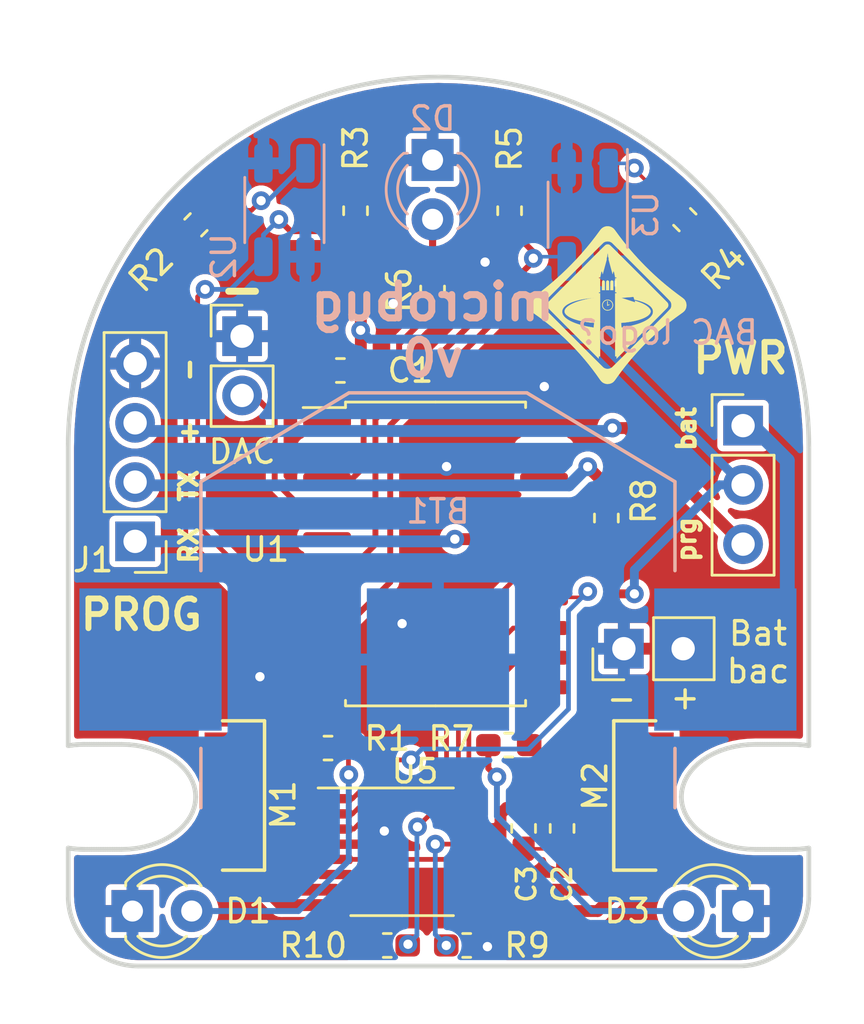
<source format=kicad_pcb>
(kicad_pcb (version 20210824) (generator pcbnew)
  (layers (0 "F.Cu" signal) (31 "B.Cu" signal) (34 "B.Paste" user) (35 "F.Paste" user) (36 "B.SilkS" user "B.Silkscreen") (37 "F.SilkS" user "F.Silkscreen") (38 "B.Mask" user) (39 "F.Mask" user) (44 "Edge.Cuts" user))
  (net 0 "")
  (net 1 "GND")
  (net 2 "+3V3")
  (net 3 "Net-(D1-Pad2)")
  (net 4 "/UDPI")
  (net 5 "Net-(R2-Pad2)")
  (net 6 "/IR1")
  (net 7 "/OUT1")
  (net 8 "Net-(R4-Pad2)")
  (net 9 "/IR2")
  (net 10 "/OUT2")
  (net 11 "/DIR2")
  (net 12 "/DIR1")
  (net 13 "/PWM2")
  (net 14 "/PWM1")
  (net 18 "Net-(R9-Pad2)")
  (net 19 "Net-(D2-Pad2)")
  (net 20 "/LED1")
  (net 21 "/LED2")
  (net 22 "Net-(D3-Pad2)")
  (net 23 "/LED3")
  (net 24 "Net-(J1-Pad2)")
  (net 25 "/DAC")
  (net 26 "/SCL")
  (net 27 "/SDA")
  (net 28 "Net-(M1-Pad1)")
  (net 29 "Net-(M1-Pad2)")
  (net 30 "Net-(M2-Pad1)")
  (net 31 "Net-(M2-Pad2)")
  (net 32 "Net-(J1-Pad3)")
  (net 33 "/V_bat")
  (net 34 "Net-(U5-Pad15)")
  (footprint "Resistor_SMD:R_0603_1608Metric_Pad1.05x0.95mm_HandSolder" (layer "F.Cu") (at 70.649 42.629001 -90)
    (fp_text reference "R3")
    (fp_text value "10k")
  )
  (footprint "Resistor_SMD:R_0603_1608Metric_Pad1.05x0.95mm_HandSolder" (layer "F.Cu") (at 84.762282 43.012282 135)
    (fp_text reference "R4")
    (fp_text value "100")
  )
  (footprint "Resistor_SMD:R_0603_1608Metric_Pad1.05x0.95mm_HandSolder" (layer "F.Cu") (at 77.253 42.629 -90)
    (fp_text reference "R5")
    (fp_text value "10k")
  )
  (footprint "Resistor_SMD:R_0603_1608Metric_Pad1.05x0.95mm_HandSolder" (layer "F.Cu") (at 73.951 46.029999 90)
    (fp_text reference "R6")
    (fp_text value "220")
  )
  (footprint "Connector_PinHeader_2.54mm:PinHeader_1x03_P2.54mm_Vertical" (layer "F.Cu") (at 87.259 51.839)
    (fp_text reference "J2" hide)
    (fp_text value "Conn_01x03")
  )
  (footprint "Resistor_SMD:R_0603_1608Metric_Pad1.05x0.95mm_HandSolder" (layer "F.Cu") (at 63.807282 43.233718 45)
    (fp_text reference "R2")
    (fp_text value "100")
  )
  (footprint "Capacitor_SMD:C_0603_1608Metric_Pad1.05x0.95mm_HandSolder" (layer "F.Cu") (at 79.502 69.102 -90)
    (fp_text reference "C2")
    (fp_text value "1u")
  )
  (footprint "Capacitor_SMD:C_0603_1608Metric_Pad1.05x0.95mm_HandSolder" (layer "F.Cu") (at 77.851 69.102 -90)
    (fp_text reference "C3")
    (fp_text value "10u")
  )
  (footprint "microbug-fplib:micro_motor_5mm" (layer "F.Cu") (at 66.548 67.691 -90)
    (fp_text reference "M1")
    (fp_text value "Motor_DC")
  )
  (footprint "microbug-fplib:micro_motor_5mm" (layer "F.Cu") (at 81.915 67.691 90)
    (fp_text reference "M2")
    (fp_text value "Motor_DC")
  )
  (footprint "Package_SO:SOIC-20W_7.5x12.8mm_P1.27mm" (layer "F.Cu") (at 74.078 57.34)
    (fp_text reference "U1")
    (fp_text value "ATtiny1616-S")
  )
  (footprint "Resistor_SMD:R_0603_1608Metric_Pad1.05x0.95mm_HandSolder" (layer "F.Cu") (at 69.469 65.659)
    (fp_text reference "R1")
    (fp_text value "220")
  )
  (footprint "Capacitor_SMD:C_0603_1608Metric_Pad1.05x0.95mm_HandSolder" (layer "F.Cu") (at 70 49.476 180)
    (fp_text reference "C1")
    (fp_text value "0.1u")
  )
  (footprint "Resistor_SMD:R_0603_1608Metric_Pad1.05x0.95mm_HandSolder" (layer "F.Cu") (at 77.216 65.532 180)
    (fp_text reference "R7")
    (fp_text value "220")
  )
  (footprint "Connector_PinHeader_2.54mm:PinHeader_1x02_P2.54mm_Vertical" (layer "F.Cu") (at 65.786 48.006)
    (fp_text reference "J3")
    (fp_text value "Conn_01x02")
  )
  (footprint "LED_THT:LED_D3.0mm" (layer "F.Cu") (at 61.087 72.644)
    (fp_text reference "D1")
    (fp_text value "LED")
  )
  (footprint "LED_THT:LED_D3.0mm" (layer "F.Cu") (at 87.249 72.644 180)
    (fp_text reference "D3")
    (fp_text value "LED")
  )
  (footprint "microbug-fplib:ieee-logo" (layer "F.Cu") (at 81.45 46.675)
    (fp_text reference "G***" hide)
    (fp_text value "LOGO" hide)
  )
  (footprint "Package_SO:TSSOP-16_4.4x5mm_P0.65mm" (layer "F.Cu") (at 72.644 70.104)
    (fp_text reference "U5")
    (fp_text value "TC78H660FNG")
  )
  (footprint "Connector_PinHeader_2.54mm:PinHeader_1x02_P2.54mm_Vertical" (layer "F.Cu") (at 82.15 61.4 90)
    (fp_text reference "J4" hide)
    (fp_text value "Conn_01x02")
  )
  (footprint "Resistor_SMD:R_0603_1608Metric_Pad1.05x0.95mm_HandSolder" (layer "F.Cu") (at 81.4 55.8 -90)
    (fp_text reference "R8")
    (fp_text value "470")
  )
  (footprint "Resistor_SMD:R_0603_1608Metric_Pad1.05x0.95mm_HandSolder" (layer "F.Cu") (at 72.009 74.1172)
    (fp_text reference "R10")
    (fp_text value "10k")
  )
  (footprint "Resistor_SMD:R_0603_1608Metric_Pad1.05x0.95mm_HandSolder" (layer "F.Cu") (at 75.4126 74.1172 180)
    (fp_text reference "R9")
    (fp_text value "47k")
  )
  (footprint "Connector_PinHeader_2.54mm:PinHeader_1x04_P2.54mm_Vertical" (layer "F.Cu") (at 61.2 56.8 180)
    (fp_text reference "J1")
    (fp_text value "Conn_01x04")
  )
  (footprint "LED_THT:LED_D3.0mm" (layer "B.Cu") (at 73.951 40.456 -90)
    (fp_text reference "D2")
    (fp_text value "LED")
  )
  (footprint "OptoDevice:OnSemi_CASE100CY" (layer "B.Cu") (at 67.6 42.6 180)
    (fp_text reference "U2")
    (fp_text value "QRE1113GR")
  )
  (footprint "microbug-fplib:BK-883" (layer "B.Cu") (at 74.179989 61.864011)
    (fp_text reference "BT1")
    (fp_text value "Battery_Cell")
  )
  (footprint "OptoDevice:OnSemi_CASE100CY" (layer "B.Cu") (at 80.6 42.8 180)
    (fp_text reference "U3")
    (fp_text value "QRE1113GR")
  )
  (gr_line (start 88.187603 70.000151) (end 88.08948 70.000151) (layer "Edge.Cuts") (width 0.2))
  (gr_line (start 88.285729 70.000151) (end 88.187603 70.000151) (layer "Edge.Cuts") (width 0.2))
  (gr_line (start 88.67823 70.000151) (end 88.580104 70.000151) (layer "Edge.Cuts") (width 0.2))
  (gr_line (start 88.776354 70.000151) (end 88.67823 70.000151) (layer "Edge.Cuts") (width 0.2))
  (gr_line (start 89.680117 69.989052) (end 89.724911 69.985665) (layer "Edge.Cuts") (width 0.2))
  (gr_line (start 88.580104 70.000151) (end 88.481978 70.000151) (layer "Edge.Cuts") (width 0.2))
  (gr_line (start 88.383855 70.000151) (end 88.285729 70.000151) (layer "Edge.Cuts") (width 0.2))
  (gr_line (start 89.947666 69.962064) (end 89.991926 69.956005) (layer "Edge.Cuts") (width 0.2))
  (gr_curve (pts (xy 58.330112 72.000149) (xy 58.330112 73.657004) (xy 59.673256 75.00015) (xy 61.330111 75.00015)) (layer "Edge.Cuts") (width 0.2))
  (gr_line (start 89.168855 70.000151) (end 89.070729 70.000151) (layer "Edge.Cuts") (width 0.2))
  (gr_line (start 61.330111 75.00015) (end 87.080105 75.00015) (layer "Edge.Cuts") (width 0.2))
  (gr_line (start 88.481978 70.000151) (end 88.383855 70.000151) (layer "Edge.Cuts") (width 0.2))
  (gr_line (start 89.070729 70.000151) (end 88.972606 70.000151) (layer "Edge.Cuts") (width 0.2))
  (gr_line (start 89.365104 70.000151) (end 89.266978 70.000151) (layer "Edge.Cuts") (width 0.2))
  (gr_line (start 88.87448 70.000151) (end 88.776354 70.000151) (layer "Edge.Cuts") (width 0.2))
  (gr_line (start 88.972606 70.000151) (end 88.87448 70.000151) (layer "Edge.Cuts") (width 0.2))
  (gr_line (start 89.266978 70.000151) (end 89.168855 70.000151) (layer "Edge.Cuts") (width 0.2))
  (gr_line (start 90.036074 69.949497) (end 90.080104 69.942538) (layer "Edge.Cuts") (width 0.2))
  (gr_line (start 89.991926 69.956005) (end 90.036074 69.949497) (layer "Edge.Cuts") (width 0.2))
  (gr_line (start 89.903301 69.967673) (end 89.947666 69.962064) (layer "Edge.Cuts") (width 0.2))
  (gr_line (start 90.080104 72.000149) (end 90.080104 69.942612) (layer "Edge.Cuts") (width 0.2))
  (gr_line (start 89.858835 69.972833) (end 89.903301 69.967673) (layer "Edge.Cuts") (width 0.2))
  (gr_line (start 89.590339 69.99437) (end 89.635257 69.991989) (layer "Edge.Cuts") (width 0.2))
  (gr_line (start 89.500354 69.998074) (end 89.54537 69.996487) (layer "Edge.Cuts") (width 0.2))
  (gr_line (start 89.410216 69.999926) (end 89.455301 69.999132) (layer "Edge.Cuts") (width 0.2))
  (gr_line (start 89.455301 69.999132) (end 89.500354 69.998074) (layer "Edge.Cuts") (width 0.2))
  (gr_line (start 89.769634 69.981829) (end 89.814277 69.977542) (layer "Edge.Cuts") (width 0.2))
  (gr_line (start 89.365104 70.000151) (end 89.410216 69.999926) (layer "Edge.Cuts") (width 0.2))
  (gr_line (start 89.724911 69.985665) (end 89.769634 69.981829) (layer "Edge.Cuts") (width 0.2))
  (gr_line (start 89.635257 69.991989) (end 89.680117 69.989052) (layer "Edge.Cuts") (width 0.2))
  (gr_curve (pts (xy 87.080105 75.00015) (xy 88.73696 75.00015) (xy 90.080104 73.657004) (xy 90.080104 72.000149)) (layer "Edge.Cuts") (width 0.2))
  (gr_line (start 89.814277 69.977542) (end 89.858835 69.972833) (layer "Edge.Cuts") (width 0.2))
  (gr_line (start 89.54537 69.996487) (end 89.590339 69.99437) (layer "Edge.Cuts") (width 0.2))
  (gr_line (start 87.991354 70.000151) (end 87.89323 70.000151) (layer "Edge.Cuts") (width 0.2))
  (gr_line (start 88.08948 70.000151) (end 87.991354 70.000151) (layer "Edge.Cuts") (width 0.2))
  (gr_line (start 63.780663 67.980201) (end 63.797093 67.750151) (layer "Edge.Cuts") (width 0.2))
  (gr_line (start 63.654036 68.419232) (end 63.732445 68.203604) (layer "Edge.Cuts") (width 0.2))
  (gr_line (start 63.413043 68.822634) (end 63.547036 68.625953) (layer "Edge.Cuts") (width 0.2))
  (gr_line (start 60.615112 70.000151) (end 60.940451 69.988536) (layer "Edge.Cuts") (width 0.2))
  (gr_line (start 58.774959 65.508313) (end 58.730099 65.51125) (layer "Edge.Cuts") (width 0.2))
  (gr_line (start 58.819877 65.505932) (end 58.774959 65.508313) (layer "Edge.Cuts") (width 0.2))
  (gr_line (start 58.954915 65.501169) (end 58.909862 65.502228) (layer "Edge.Cuts") (width 0.2))
  (gr_line (start 59.045112 65.500151) (end 59.143238 65.500151) (layer "Edge.Cuts") (width 0.2))
  (gr_line (start 62.865112 69.34114) (end 63.070481 69.181361) (layer "Edge.Cuts") (width 0.2))
  (gr_line (start 62.394188 69.615886) (end 62.639147 69.48636) (layer "Edge.Cuts") (width 0.2))
  (gr_line (start 60.320736 65.500151) (end 60.418862 65.500151) (layer "Edge.Cuts") (width 0.2))
  (gr_line (start 60.22261 65.500151) (end 60.320736 65.500151) (layer "Edge.Cuts") (width 0.2))
  (gr_line (start 58.640582 65.518473) (end 58.595939 65.522733) (layer "Edge.Cuts") (width 0.2))
  (gr_line (start 60.124487 65.500151) (end 60.22261 65.500151) (layer "Edge.Cuts") (width 0.2))
  (gr_line (start 58.730099 65.51125) (end 58.685305 65.514637) (layer "Edge.Cuts") (width 0.2))
  (gr_line (start 90.080104 65.55769) (end 90.080104 52.775157) (layer "Edge.Cuts") (width 0.2))
  (gr_line (start 60.026361 65.500151) (end 60.124487 65.500151) (layer "Edge.Cuts") (width 0.2))
  (gr_line (start 59.928238 65.500151) (end 60.026361 65.500151) (layer "Edge.Cuts") (width 0.2))
  (gr_line (start 63.25366 69.008146) (end 63.413043 68.822634) (layer "Edge.Cuts") (width 0.2))
  (gr_line (start 63.070481 69.181361) (end 63.25366 69.008146) (layer "Edge.Cuts") (width 0.2))
  (gr_line (start 61.561336 69.898996) (end 61.853681 69.823335) (layer "Edge.Cuts") (width 0.2))
  (gr_line (start 61.256393 69.954439) (end 61.561336 69.898996) (layer "Edge.Cuts") (width 0.2))
  (gr_line (start 58.506915 65.532628) (end 58.46255 65.538238) (layer "Edge.Cuts") (width 0.2))
  (gr_line (start 59.241361 65.500151) (end 59.339487 65.500151) (layer "Edge.Cuts") (width 0.2))
  (gr_line (start 58.909862 65.502228) (end 58.864846 65.503815) (layer "Edge.Cuts") (width 0.2))
  (gr_line (start 60.516986 65.500151) (end 60.615112 65.500151) (layer "Edge.Cuts") (width 0.2))
  (gr_line (start 89.410216 65.500302) (end 89.365104 65.500077) (layer "Edge.Cuts") (width 0.2))
  (gr_line (start 62.131833 69.728588) (end 62.394188 69.615886) (layer "Edge.Cuts") (width 0.2))
  (gr_line (start 59.437613 65.500151) (end 59.535736 65.500151) (layer "Edge.Cuts") (width 0.2))
  (gr_line (start 58.374142 65.550805) (end 58.330112 65.557764) (layer "Edge.Cuts") (width 0.2))
  (gr_curve (pts (xy 74.205108 36.900156) (xy 65.437591 36.900156) (xy 58.330112 44.007629) (xy 58.330112 52.775157)) (layer "Edge.Cuts") (width 0.2))
  (gr_line (start 59.633862 65.500151) (end 59.731986 65.500151) (layer "Edge.Cuts") (width 0.2))
  (gr_line (start 59.045112 65.500151) (end 59 65.500376) (layer "Edge.Cuts") (width 0.2))
  (gr_line (start 58.330112 52.775157) (end 58.330112 65.55769) (layer "Edge.Cuts") (width 0.2))
  (gr_line (start 58.41829 65.544296) (end 58.374142 65.550805) (layer "Edge.Cuts") (width 0.2))
  (gr_line (start 58.46255 65.538238) (end 58.41829 65.544296) (layer "Edge.Cuts") (width 0.2))
  (gr_line (start 59 65.500376) (end 58.954915 65.501169) (layer "Edge.Cuts") (width 0.2))
  (gr_curve (pts (xy 90.080104 52.775157) (xy 90.080104 44.007629) (xy 82.972625 36.900156) (xy 74.205108 36.900156)) (layer "Edge.Cuts") (width 0.2))
  (gr_line (start 58.595939 65.522733) (end 58.551381 65.527469) (layer "Edge.Cuts") (width 0.2))
  (gr_line (start 59.339487 65.500151) (end 59.437613 65.500151) (layer "Edge.Cuts") (width 0.2))
  (gr_line (start 63.654036 67.08107) (end 63.547036 66.874349) (layer "Edge.Cuts") (width 0.2))
  (gr_line (start 59.830112 65.500151) (end 59.928238 65.500151) (layer "Edge.Cuts") (width 0.2))
  (gr_line (start 60.418862 65.500151) (end 60.516986 65.500151) (layer "Edge.Cuts") (width 0.2))
  (gr_line (start 63.732445 68.203604) (end 63.780663 67.980201) (layer "Edge.Cuts") (width 0.2))
  (gr_line (start 62.639147 69.48636) (end 62.865112 69.34114) (layer "Edge.Cuts") (width 0.2))
  (gr_line (start 63.547036 68.625953) (end 63.654036 68.419232) (layer "Edge.Cuts") (width 0.2))
  (gr_line (start 58.551381 65.527469) (end 58.506915 65.532628) (layer "Edge.Cuts") (width 0.2))
  (gr_line (start 60.940451 69.988536) (end 61.256393 69.954439) (layer "Edge.Cuts") (width 0.2))
  (gr_line (start 59.731986 65.500151) (end 59.830112 65.500151) (layer "Edge.Cuts") (width 0.2))
  (gr_line (start 59.535736 65.500151) (end 59.633862 65.500151) (layer "Edge.Cuts") (width 0.2))
  (gr_line (start 59.143238 65.500151) (end 59.241361 65.500151) (layer "Edge.Cuts") (width 0.2))
  (gr_line (start 58.685305 65.514637) (end 58.640582 65.518473) (layer "Edge.Cuts") (width 0.2))
  (gr_line (start 63.732445 67.296698) (end 63.654036 67.08107) (layer "Edge.Cuts") (width 0.2))
  (gr_line (start 61.853681 69.823335) (end 62.131833 69.728588) (layer "Edge.Cuts") (width 0.2))
  (gr_line (start 63.797093 67.750151) (end 63.780663 67.520101) (layer "Edge.Cuts") (width 0.2))
  (gr_line (start 58.864846 65.503815) (end 58.819877 65.505932) (layer "Edge.Cuts") (width 0.2))
  (gr_line (start 63.780663 67.520101) (end 63.732445 67.296698) (layer "Edge.Cuts") (width 0.2))
  (gr_line (start 84.75618 67.08107) (end 84.677771 67.296698) (layer "Edge.Cuts") (width 0.2))
  (gr_line (start 88.972606 65.500151) (end 89.070729 65.500151) (layer "Edge.Cuts") (width 0.2))
  (gr_line (start 88.67823 65.500151) (end 88.776354 65.500151) (layer "Edge.Cuts") (width 0.2))
  (gr_line (start 88.08948 65.500151) (end 88.187603 65.500151) (layer "Edge.Cuts") (width 0.2))
  (gr_line (start 86.016028 69.615886) (end 86.278383 69.728588) (layer "Edge.Cuts") (width 0.2))
  (gr_line (start 85.156556 69.008146) (end 85.339735 69.181361) (layer "Edge.Cuts") (width 0.2))
  (gr_line (start 86.556535 69.823335) (end 86.84888 69.898996) (layer "Edge.Cuts") (width 0.2))
  (gr_line (start 85.156556 66.492155) (end 84.997173 66.677668) (layer "Edge.Cuts") (width 0.2))
  (gr_line (start 85.339735 66.318941) (end 85.156556 66.492155) (layer "Edge.Cuts") (width 0.2))
  (gr_line (start 85.771069 69.48636) (end 86.016028 69.615886) (layer "Edge.Cuts") (width 0.2))
  (gr_line (start 85.545104 66.159162) (end 85.339735 66.318941) (layer "Edge.Cuts") (width 0.2))
  (gr_line (start 89.455301 65.501095) (end 89.410216 65.500302) (layer "Edge.Cuts") (width 0.2))
  (gr_line (start 88.580104 65.500151) (end 88.67823 65.500151) (layer "Edge.Cuts") (width 0.2))
  (gr_line (start 87.153823 69.954439) (end 87.469765 69.988536) (layer "Edge.Cuts") (width 0.2))
  (gr_line (start 86.556535 65.676966) (end 86.278383 65.771714) (layer "Edge.Cuts") (width 0.2))
  (gr_line (start 84.629553 67.520101) (end 84.613123 67.750151) (layer "Edge.Cuts") (width 0.2))
  (gr_line (start 89.500354 65.502154) (end 89.455301 65.501095) (layer "Edge.Cuts") (width 0.2))
  (gr_line (start 89.070729 65.500151) (end 89.168855 65.500151) (layer "Edge.Cuts") (width 0.2))
  (gr_line (start 84.677771 67.296698) (end 84.629553 67.520101) (layer "Edge.Cuts") (width 0.2))
  (gr_line (start 89.858835 65.527395) (end 89.814277 65.522659) (layer "Edge.Cuts") (width 0.2))
  (gr_line (start 86.84888 69.898996) (end 87.153823 69.954439) (layer "Edge.Cuts") (width 0.2))
  (gr_line (start 87.469765 69.988536) (end 87.795104 70.000151) (layer "Edge.Cuts") (width 0.2))
  (gr_line (start 84.75618 68.419232) (end 84.86318 68.625953) (layer "Edge.Cuts") (width 0.2))
  (gr_line (start 87.469765 65.511766) (end 87.153823 65.545863) (layer "Edge.Cuts") (width 0.2))
  (gr_line (start 89.54537 65.503741) (end 89.500354 65.502154) (layer "Edge.Cuts") (width 0.2))
  (gr_line (start 86.84888 65.601306) (end 86.556535 65.676966) (layer "Edge.Cuts") (width 0.2))
  (gr_line (start 89.590339 65.505858) (end 89.54537 65.503741) (layer "Edge.Cuts") (width 0.2))
  (gr_line (start 87.89323 65.500151) (end 87.991354 65.500151) (layer "Edge.Cuts") (width 0.2))
  (gr_line (start 89.635257 65.508239) (end 89.590339 65.505858) (layer "Edge.Cuts") (width 0.2))
  (gr_line (start 89.680117 65.511176) (end 89.635257 65.508239) (layer "Edge.Cuts") (width 0.2))
  (gr_line (start 89.769634 65.518399) (end 89.724911 65.514563) (layer "Edge.Cuts") (width 0.2))
  (gr_line (start 84.86318 66.874349) (end 84.75618 67.08107) (layer "Edge.Cuts") (width 0.2))
  (gr_line (start 87.991354 65.500151) (end 88.08948 65.500151) (layer "Edge.Cuts") (width 0.2))
  (gr_line (start 89.814277 65.522659) (end 89.769634 65.518399) (layer "Edge.Cuts") (width 0.2))
  (gr_line (start 89.266978 65.500151) (end 89.365104 65.500151) (layer "Edge.Cuts") (width 0.2))
  (gr_line (start 88.187603 65.500151) (end 88.285729 65.500151) (layer "Edge.Cuts") (width 0.2))
  (gr_line (start 87.795104 65.500151) (end 87.89323 65.500151) (layer "Edge.Cuts") (width 0.2))
  (gr_line (start 85.339735 69.181361) (end 85.545104 69.34114) (layer "Edge.Cuts") (width 0.2))
  (gr_line (start 84.997173 68.822634) (end 85.156556 69.008146) (layer "Edge.Cuts") (width 0.2))
  (gr_line (start 84.613123 67.750151) (end 84.629553 67.980201) (layer "Edge.Cuts") (width 0.2))
  (gr_line (start 84.997173 66.677668) (end 84.86318 66.874349) (layer "Edge.Cuts") (width 0.2))
  (gr_line (start 87.89323 70.000151) (end 87.795104 70.000151) (layer "Edge.Cuts") (width 0.2))
  (gr_line (start 88.776354 65.500151) (end 88.87448 65.500151) (layer "Edge.Cuts") (width 0.2))
  (gr_line (start 89.991926 65.544222) (end 89.947666 65.538163) (layer "Edge.Cuts") (width 0.2))
  (gr_line (start 86.278383 65.771714) (end 86.016028 65.884416) (layer "Edge.Cuts") (width 0.2))
  (gr_line (start 86.278383 69.728588) (end 86.556535 69.823335) (layer "Edge.Cuts") (width 0.2))
  (gr_line (start 85.771069 66.013942) (end 85.545104 66.159162) (layer "Edge.Cuts") (width 0.2))
  (gr_line (start 90.080104 65.55769) (end 90.036074 65.550731) (layer "Edge.Cuts") (width 0.2))
  (gr_line (start 84.677771 68.203604) (end 84.75618 68.419232) (layer "Edge.Cuts") (width 0.2))
  (gr_line (start 87.153823 65.545863) (end 86.84888 65.601306) (layer "Edge.Cuts") (width 0.2))
  (gr_line (start 89.724911 65.514563) (end 89.680117 65.511176) (layer "Edge.Cuts") (width 0.2))
  (gr_line (start 89.903301 65.532554) (end 89.858835 65.527395) (layer "Edge.Cuts") (width 0.2))
  (gr_line (start 89.947666 65.538163) (end 89.903301 65.532554) (layer "Edge.Cuts") (width 0.2))
  (gr_line (start 86.016028 65.884416) (end 85.771069 66.013942) (layer "Edge.Cuts") (width 0.2))
  (gr_line (start 90.036074 65.550731) (end 89.991926 65.544222) (layer "Edge.Cuts") (width 0.2))
  (gr_line (start 89.168855 65.500151) (end 89.266978 65.500151) (layer "Edge.Cuts") (width 0.2))
  (gr_line (start 88.383855 65.500151) (end 88.481978 65.500151) (layer "Edge.Cuts") (width 0.2))
  (gr_line (start 85.545104 69.34114) (end 85.771069 69.48636) (layer "Edge.Cuts") (width 0.2))
  (gr_line (start 88.87448 65.500151) (end 88.972606 65.500151) (layer "Edge.Cuts") (width 0.2))
  (gr_line (start 88.481978 65.500151) (end 88.580104 65.500151) (layer "Edge.Cuts") (width 0.2))
  (gr_line (start 87.795104 65.500151) (end 87.469765 65.511766) (layer "Edge.Cuts") (width 0.2))
  (gr_line (start 84.86318 68.625953) (end 84.997173 68.822634) (layer "Edge.Cuts") (width 0.2))
  (gr_line (start 88.285729 65.500151) (end 88.383855 65.500151) (layer "Edge.Cuts") (width 0.2))
  (gr_line (start 84.629553 67.980201) (end 84.677771 68.203604) (layer "Edge.Cuts") (width 0.2))
  (gr_line (start 58.774959 69.992063) (end 58.819877 69.994444) (layer "Edge.Cuts") (width 0.2))
  (gr_line (start 58.864846 69.996561) (end 58.909862 69.998148) (layer "Edge.Cuts") (width 0.2))
  (gr_line (start 58.506915 69.967748) (end 58.551381 69.972907) (layer "Edge.Cuts") (width 0.2))
  (gr_line (start 59.143238 70.000151) (end 59.045112 70.000151) (layer "Edge.Cuts") (width 0.2))
  (gr_line (start 63.547036 66.874349) (end 63.413043 66.677668) (layer "Edge.Cuts") (width 0.2))
  (gr_line (start 58.46255 69.962138) (end 58.506915 69.967748) (layer "Edge.Cuts") (width 0.2))
  (gr_line (start 59.241361 70.000151) (end 59.143238 70.000151) (layer "Edge.Cuts") (width 0.2))
  (gr_line (start 60.940451 65.511766) (end 60.615112 65.500151) (layer "Edge.Cuts") (width 0.2))
  (gr_line (start 58.330112 69.942612) (end 58.374142 69.949571) (layer "Edge.Cuts") (width 0.2))
  (gr_line (start 60.124487 70.000151) (end 60.026361 70.000151) (layer "Edge.Cuts") (width 0.2))
  (gr_line (start 58.909862 69.998148) (end 58.954915 69.999207) (layer "Edge.Cuts") (width 0.2))
  (gr_line (start 59.633862 70.000151) (end 59.535736 70.000151) (layer "Edge.Cuts") (width 0.2))
  (gr_line (start 58.551381 69.972907) (end 58.595939 69.977617) (layer "Edge.Cuts") (width 0.2))
  (gr_line (start 63.25366 66.492155) (end 63.070481 66.318941) (layer "Edge.Cuts") (width 0.2))
  (gr_line (start 59.535736 70.000151) (end 59.437613 70.000151) (layer "Edge.Cuts") (width 0.2))
  (gr_line (start 59.830112 70.000151) (end 59.731986 70.000151) (layer "Edge.Cuts") (width 0.2))
  (gr_line (start 58.330112 69.942612) (end 58.330112 72.000149) (layer "Edge.Cuts") (width 0.2))
  (gr_line (start 58.954915 69.999207) (end 59 70) (layer "Edge.Cuts") (width 0.2))
  (gr_line (start 58.819877 69.994444) (end 58.864846 69.996561) (layer "Edge.Cuts") (width 0.2))
  (gr_line (start 58.685305 69.985739) (end 58.730099 69.989126) (layer "Edge.Cuts") (width 0.2))
  (gr_line (start 58.41829 69.956079) (end 58.46255 69.962138) (layer "Edge.Cuts") (width 0.2))
  (gr_line (start 63.070481 66.318941) (end 62.865112 66.159162) (layer "Edge.Cuts") (width 0.2))
  (gr_line (start 59.731986 70.000151) (end 59.633862 70.000151) (layer "Edge.Cuts") (width 0.2))
  (gr_line (start 58.374142 69.949571) (end 58.41829 69.956079) (layer "Edge.Cuts") (width 0.2))
  (gr_line (start 61.561336 65.601306) (end 61.256393 65.545863) (layer "Edge.Cuts") (width 0.2))
  (gr_line (start 60.22261 70.000151) (end 60.124487 70.000151) (layer "Edge.Cuts") (width 0.2))
  (gr_line (start 62.131833 65.771714) (end 61.853681 65.676966) (layer "Edge.Cuts") (width 0.2))
  (gr_line (start 62.639147 66.013942) (end 62.394188 65.884416) (layer "Edge.Cuts") (width 0.2))
  (gr_line (start 58.730099 69.989126) (end 58.774959 69.992063) (layer "Edge.Cuts") (width 0.2))
  (gr_line (start 62.394188 65.884416) (end 62.131833 65.771714) (layer "Edge.Cuts") (width 0.2))
  (gr_line (start 60.320736 70.000151) (end 60.22261 70.000151) (layer "Edge.Cuts") (width 0.2))
  (gr_line (start 60.516986 70.000151) (end 60.418862 70.000151) (layer "Edge.Cuts") (width 0.2))
  (gr_line (start 63.413043 66.677668) (end 63.25366 66.492155) (layer "Edge.Cuts") (width 0.2))
  (gr_line (start 59.437613 70.000151) (end 59.339487 70.000151) (layer "Edge.Cuts") (width 0.2))
  (gr_line (start 62.865112 66.159162) (end 62.639147 66.013942) (layer "Edge.Cuts") (width 0.2))
  (gr_line (start 58.640582 69.981903) (end 58.685305 69.985739) (layer "Edge.Cuts") (width 0.2))
  (gr_line (start 59.339487 70.000151) (end 59.241361 70.000151) (layer "Edge.Cuts") (width 0.2))
  (gr_line (start 60.615112 70.000151) (end 60.516986 70.000151) (layer "Edge.Cuts") (width 0.2))
  (gr_line (start 61.256393 65.545863) (end 60.940451 65.511766) (layer "Edge.Cuts") (width 0.2))
  (gr_line (start 60.418862 70.000151) (end 60.320736 70.000151) (layer "Edge.Cuts") (width 0.2))
  (gr_line (start 60.026361 70.000151) (end 59.928238 70.000151) (layer "Edge.Cuts") (width 0.2))
  (gr_line (start 59.928238 70.000151) (end 59.830112 70.000151) (layer "Edge.Cuts") (width 0.2))
  (gr_line (start 61.853681 65.676966) (end 61.561336 65.601306) (layer "Edge.Cuts") (width 0.2))
  (gr_line (start 58.595939 69.977617) (end 58.640582 69.981903) (layer "Edge.Cuts") (width 0.2))
  (gr_line (start 59 70) (end 59.045112 70.000225) (layer "Edge.Cuts") (width 0.2))
  (gr_text "microbug\nv0" (at 73.951 47.752) (layer "B.SilkS") (effects (font (size 1.5 1.5) (thickness 0.3)) (justify mirror)))
  (gr_text "BAC logo?" (at 84.025 47.85) (layer "B.SilkS") (effects (font (size 1 1)) (justify mirror)))
  (gr_text "prg     bat" (at 84.836 54.356 90) (layer "F.SilkS") (effects (font (size 0.762 0.762) (thickness 0.1905))))
  (gr_text "RX  TX  +   -" (at 63.5 53.34 90) (layer "F.SilkS") (effects (font (size 0.762 0.762) (thickness 0.1905))))
  (gr_text "PROG" (at 61.468 59.944) (layer "F.SilkS") (effects (font (size 1.27 1.27) (thickness 0.254))))
  (gr_text "PWR" (at 87.15 48.95) (layer "F.SilkS") (effects (font (size 1.27 1.27) (thickness 0.254))))
  (gr_text "DAC\n" (at 65.786 52.959) (layer "F.SilkS") (effects (font (size 1 1))))
  (gr_text "Bat\nbac\n" (at 87.9 61.55) (layer "F.SilkS") (effects (font (size 1 1))))
  (gr_text "+\n" (at 84.775 63.475) (layer "F.SilkS") (effects (font (size 1 1))))
  (gr_text "-\n" (at 82.05 63.525) (layer "F.SilkS") (effects (font (size 1 1))))
  (gr_text "-\n" (at 65.786 45.974) (layer "F.SilkS") (effects (font (size 1.5 1.5) (thickness 0.3))))
  (segment (start 77.67 69.796) (end 77.851 69.977) (width 0.1524) (layer "F.Cu") (net 1))
  (segment (start 69.191278 69.779) (end 69.7815 69.779) (width 0.2032) (layer "F.Cu") (net 1))
  (segment (start 76.2876 74.154) (end 76.3016 74.168) (width 0.2032) (layer "F.Cu") (net 1))
  (segment (start 77.851 69.977) (end 79.502 69.977) (width 0.1524) (layer "F.Cu") (net 1))
  (segment (start 76.2876 74.1172) (end 76.2876 74.154) (width 0.2032) (layer "F.Cu") (net 1))
  (via (at 74.549 53.594) (size 0.8) (drill 0.4) (layers "F.Cu" "B.Cu") (net 1))
  (via (at 72.644 60.325) (size 0.8) (drill 0.4) (layers "F.Cu" "B.Cu") (net 1))
  (via (at 78.74 50.165) (size 0.8) (drill 0.4) (layers "F.Cu" "B.Cu") (net 1))
  (via (at 76.2 44.831) (size 0.8) (drill 0.4) (layers "F.Cu" "B.Cu") (net 1))
  (via (at 76.3016 74.168) (size 0.8) (drill 0.4) (layers "F.Cu" "B.Cu") (net 1))
  (via (at 72.263 46.609) (size 0.8) (drill 0.4) (layers "F.Cu" "B.Cu") (net 1))
  (via (at 71.882 69.215) (size 0.8) (drill 0.4) (layers "F.Cu" "B.Cu") (net 1))
  (via (at 66.55 62.6) (size 0.8) (drill 0.4) (layers "F.Cu" "B.Cu") (net 1))
  (segment (start 70.649 41.754001) (end 70.760001 41.754001) (width 0.254) (layer "F.Cu") (net 2))
  (segment (start 70.760001 41.754001) (end 71.665 42.659) (width 0.508) (layer "F.Cu") (net 2))
  (segment (start 71.665 42.659) (end 71.665 45.155) (width 0.508) (layer "F.Cu") (net 2))
  (segment (start 80.6 60.2) (end 80.6 65.175) (width 0.381) (layer "F.Cu") (net 2))
  (segment (start 70.875 50.178) (end 69.428 51.625) (width 0.508) (layer "F.Cu") (net 2))
  (segment (start 82.6 59.05) (end 81.75 59.05) (width 0.381) (layer "F.Cu") (net 2))
  (segment (start 79.502 68.227) (end 77.851 68.227) (width 0.508) (layer "F.Cu") (net 2))
  (segment (start 70.8712 70.429) (end 71.134 70.6918) (width 0.2032) (layer "F.Cu") (net 2))
  (segment (start 76.861 70.078) (end 76.51 70.429) (width 0.508) (layer "F.Cu") (net 2))
  (segment (start 75.5065 70.429) (end 70.8712 70.429) (width 0.2032) (layer "F.Cu") (net 2))
  (segment (start 81.75 59.05) (end 80.6 60.2) (width 0.381) (layer "F.Cu") (net 2))
  (segment (start 70.875 49.476) (end 70.875 50.178) (width 0.508) (layer "F.Cu") (net 2))
  (segment (start 70.649 41.754001) (end 70.649 40.73) (width 0.254) (layer "F.Cu") (net 2))
  (segment (start 70.875 45.945) (end 70.875 49.476) (width 0.508) (layer "F.Cu") (net 2))
  (segment (start 79.502 66.273) (end 79.502 68.227) (width 0.381) (layer "F.Cu") (net 2))
  (segment (start 76.51 70.429) (end 75.5065 70.429) (width 0.508) (layer "F.Cu") (net 2))
  (segment (start 69.7815 70.429) (end 70.8712 70.429) (width 0.2032) (layer "F.Cu") (net 2))
  (segment (start 76.671 69.129) (end 75.5065 69.129) (width 0.508) (layer "F.Cu") (net 2))
  (segment (start 70.649 40.73) (end 72.39 38.989) (width 0.254) (layer "F.Cu") (net 2))
  (segment (start 75.438 38.989) (end 77.253 40.804) (width 0.254) (layer "F.Cu") (net 2))
  (segment (start 76.861 68.479) (end 77.113 68.227) (width 0.508) (layer "F.Cu") (net 2))
  (segment (start 71.134 70.6918) (end 71.134 74.1172) (width 0.2032) (layer "F.Cu") (net 2))
  (segment (start 76.861 68.479) (end 76.861 68.939) (width 0.508) (layer "F.Cu") (net 2))
  (segment (start 80.6 65.175) (end 79.502 66.273) (width 0.381) (layer "F.Cu") (net 2))
  (segment (start 71.665 45.155) (end 70.875 45.945) (width 0.508) (layer "F.Cu") (net 2))
  (segment (start 77.113 68.227) (end 77.851 68.227) (width 0.508) (layer "F.Cu") (net 2))
  (segment (start 76.861 68.939) (end 76.671 69.129) (width 0.508) (layer "F.Cu") (net 2))
  (segment (start 77.253 40.804) (end 77.253 41.754) (width 0.254) (layer "F.Cu") (net 2))
  (segment (start 72.39 38.989) (end 75.438 38.989) (width 0.254) (layer "F.Cu") (net 2))
  (segment (start 76.861 68.939) (end 76.861 70.078) (width 0.508) (layer "F.Cu") (net 2))
  (via (at 82.6 59.05) (size 0.8) (drill 0.4) (layers "F.Cu" "B.Cu") (net 2))
  (via (at 70.866 47.752) (size 0.8) (drill 0.4) (layers "F.Cu" "B.Cu") (net 2))
  (segment (start 82.6 58.025) (end 86.246 54.379) (width 0.381) (layer "B.Cu") (net 2))
  (segment (start 71.247 48.133) (end 70.866 47.752) (width 0.381) (layer "B.Cu") (net 2))
  (segment (start 82.6 59.05) (end 82.6 58.025) (width 0.381) (layer "B.Cu") (net 2))
  (segment (start 86.246 54.379) (end 87.259 54.379) (width 0.381) (layer "B.Cu") (net 2))
  (segment (start 87.259 54.379) (end 81.013 48.133) (width 0.381) (layer "B.Cu") (net 2))
  (segment (start 81.013 48.133) (end 71.247 48.133) (width 0.381) (layer "B.Cu") (net 2))
  (segment (start 70.344 66.788) (end 70.358 66.802) (width 0.2032) (layer "F.Cu") (net 3))
  (segment (start 70.344 65.659) (end 70.344 66.788) (width 0.2032) (layer "F.Cu") (net 3))
  (via (at 70.358 66.802) (size 0.8) (drill 0.4) (layers "F.Cu" "B.Cu") (net 3))
  (segment (start 68.199 72.644) (end 70.358 70.485) (width 0.254) (layer "B.Cu") (net 3))
  (segment (start 63.627 72.644) (end 68.199 72.644) (width 0.254) (layer "B.Cu") (net 3))
  (segment (start 70.358 70.485) (end 70.358 66.802) (width 0.254) (layer "B.Cu") (net 3))
  (segment (start 74.905 56.705) (end 78.728 56.705) (width 0.508) (layer "F.Cu") (net 4))
  (segment (start 78.758 56.675) (end 78.728 56.705) (width 0.635) (layer "F.Cu") (net 4))
  (segment (start 81.4 56.675) (end 78.758 56.675) (width 0.635) (layer "F.Cu") (net 4))
  (via (at 74.905 56.705) (size 0.8) (drill 0.4) (layers "F.Cu" "B.Cu") (net 4))
  (segment (start 74.81 56.8) (end 74.905 56.705) (width 0.508) (layer "B.Cu") (net 4))
  (segment (start 61.2 56.8) (end 74.81 56.8) (width 0.508) (layer "B.Cu") (net 4))
  (segment (start 64.426 42.615) (end 66.185 42.615) (width 0.2032) (layer "F.Cu") (net 5))
  (segment (start 66.185 42.615) (end 66.6 42.2) (width 0.2032) (layer "F.Cu") (net 5))
  (via (at 66.6 42.2) (size 0.8) (drill 0.4) (layers "F.Cu" "B.Cu") (net 5))
  (segment (start 66.6 42.2) (end 66.9 42.2) (width 0.2032) (layer "B.Cu") (net 5))
  (segment (start 66.9 42.2) (end 68.5 40.6) (width 0.2032) (layer "B.Cu") (net 5))
  (segment (start 69.428 61.785) (end 68.516 61.785) (width 0.2032) (layer "F.Cu") (net 6))
  (segment (start 63.373 44.036872) (end 63.188564 43.852436) (width 0.2032) (layer "F.Cu") (net 6))
  (segment (start 68.516 61.785) (end 63.373 56.642) (width 0.2032) (layer "F.Cu") (net 6))
  (segment (start 63.373 56.642) (end 63.373 44.036872) (width 0.2032) (layer "F.Cu") (net 6))
  (segment (start 63.881 56.127) (end 66.999 59.245) (width 0.2032) (layer "F.Cu") (net 7))
  (segment (start 67.861343 43.504001) (end 67.362271 43.004929) (width 0.254) (layer "F.Cu") (net 7))
  (segment (start 63.881 46.319) (end 63.881 56.127) (width 0.2032) (layer "F.Cu") (net 7))
  (segment (start 63.881 46.319) (end 64.2 46) (width 0.2032) (layer "F.Cu") (net 7))
  (segment (start 66.999 59.245) (end 69.428 59.245) (width 0.2032) (layer "F.Cu") (net 7))
  (segment (start 70.649 43.504001) (end 67.861343 43.504001) (width 0.254) (layer "F.Cu") (net 7))
  (via (at 64.2 46) (size 0.8) (drill 0.4) (layers "F.Cu" "B.Cu") (net 7))
  (via (at 67.362271 43.004929) (size 0.8) (drill 0.4) (layers "F.Cu" "B.Cu") (net 7))
  (segment (start 66.7 43.6672) (end 67.362271 43.004929) (width 0.2032) (layer "B.Cu") (net 7))
  (segment (start 64.2 46) (end 65.3 46) (width 0.2032) (layer "B.Cu") (net 7))
  (segment (start 66.7 44.6) (end 66.7 43.6672) (width 0.2032) (layer "B.Cu") (net 7))
  (segment (start 65.3 46) (end 66.7 44.6) (width 0.2032) (layer "B.Cu") (net 7))
  (segment (start 82.6 40.85) (end 82.6 40.8) (width 0.1524) (layer "F.Cu") (net 8))
  (segment (start 84.143564 42.393564) (end 82.6 40.85) (width 0.1524) (layer "F.Cu") (net 8))
  (via (at 82.6 40.8) (size 0.8) (drill 0.4) (layers "F.Cu" "B.Cu") (net 8))
  (segment (start 82.4 40.6) (end 81.1 40.6) (width 0.1524) (layer "B.Cu") (net 8))
  (segment (start 82.6 40.8) (end 82.4 40.6) (width 0.1524) (layer "B.Cu") (net 8))
  (segment (start 72.136 51.816) (end 72.136 58.547) (width 0.254) (layer "F.Cu") (net 9))
  (segment (start 85.381 43.631) (end 85.045124 43.966876) (width 0.254) (layer "F.Cu") (net 9))
  (segment (start 85.045124 43.966876) (end 83.922124 43.966876) (width 0.254) (layer "F.Cu") (net 9))
  (segment (start 77.089 46.863) (end 72.136 51.816) (width 0.254) (layer "F.Cu") (net 9))
  (segment (start 72.136 58.547) (end 70.168 60.515) (width 0.254) (layer "F.Cu") (net 9))
  (segment (start 81.026 46.863) (end 77.089 46.863) (width 0.254) (layer "F.Cu") (net 9))
  (segment (start 83.922124 43.966876) (end 81.026 46.863) (width 0.254) (layer "F.Cu") (net 9))
  (segment (start 70.168 60.515) (end 69.428 60.515) (width 0.254) (layer "F.Cu") (net 9))
  (segment (start 70.453 57.975) (end 69.428 57.975) (width 0.254) (layer "F.Cu") (net 10))
  (segment (start 77.38 43.504) (end 78.269 44.393) (width 0.254) (layer "F.Cu") (net 10))
  (segment (start 78.269 44.393) (end 78.269 44.794) (width 0.254) (layer "F.Cu") (net 10))
  (segment (start 77.253 43.504) (end 77.38 43.504) (width 0.254) (layer "F.Cu") (net 10))
  (segment (start 71.501 51.562) (end 71.501 56.927) (width 0.254) (layer "F.Cu") (net 10))
  (segment (start 78.269 44.794) (end 71.501 51.562) (width 0.254) (layer "F.Cu") (net 10))
  (segment (start 71.501 56.927) (end 70.453 57.975) (width 0.254) (layer "F.Cu") (net 10))
  (via (at 78.269 44.669) (size 0.8) (drill 0.4) (layers "F.Cu" "B.Cu") (net 10))
  (segment (start 78.338 44.6) (end 78.269 44.669) (width 0.1524) (layer "B.Cu") (net 10))
  (segment (start 79.3 44.6) (end 78.338 44.6) (width 0.1524) (layer "B.Cu") (net 10))
  (segment (start 77.915 57.975) (end 74.549 61.341) (width 0.2032) (layer "F.Cu") (net 11))
  (segment (start 72.068999 66.929) (end 70.518999 68.479) (width 0.2032) (layer "F.Cu") (net 11))
  (segment (start 70.518999 68.479) (end 69.7815 68.479) (width 0.2032) (layer "F.Cu") (net 11))
  (segment (start 74.295 66.929) (end 72.068999 66.929) (width 0.2032) (layer "F.Cu") (net 11))
  (segment (start 74.549 66.675) (end 74.295 66.929) (width 0.2032) (layer "F.Cu") (net 11))
  (segment (start 74.549 61.341) (end 74.549 66.675) (width 0.2032) (layer "F.Cu") (net 11))
  (segment (start 77.901 57.975) (end 78.728 57.975) (width 0.2032) (layer "F.Cu") (net 11))
  (segment (start 80.35 59.2) (end 78.773 59.2) (width 0.1524) (layer "F.Cu") (net 12))
  (segment (start 78.773 59.2) (end 78.728 59.245) (width 0.1524) (layer "F.Cu") (net 12))
  (segment (start 80.6 58.95) (end 80.35 59.2) (width 0.1524) (layer "F.Cu") (net 12))
  (segment (start 70.518999 67.829) (end 69.7815 67.829) (width 0.2032) (layer "F.Cu") (net 12))
  (segment (start 73.025 66.167) (end 72.180999 66.167) (width 0.2032) (layer "F.Cu") (net 12))
  (segment (start 72.180999 66.167) (end 70.518999 67.829) (width 0.2032) (layer "F.Cu") (net 12))
  (via (at 73.025 66.167) (size 0.8) (drill 0.4) (layers "F.Cu" "B.Cu") (net 12))
  (via (at 80.6 58.95) (size 0.8) (drill 0.4) (layers "F.Cu" "B.Cu") (net 12))
  (segment (start 80.6 58.95) (end 79.775 59.775) (width 0.2032) (layer "B.Cu") (net 12))
  (segment (start 79.775 63.989) (end 78.064 65.7) (width 0.2032) (layer "B.Cu") (net 12))
  (segment (start 78.064 65.7) (end 73.492 65.7) (width 0.2032) (layer "B.Cu") (net 12))
  (segment (start 73.492 65.7) (end 73.025 66.167) (width 0.2032) (layer "B.Cu") (net 12))
  (segment (start 79.775 59.775) (end 79.775 63.989) (width 0.2032) (layer "B.Cu") (net 12))
  (segment (start 75.5065 63.981501) (end 75.5065 67.829) (width 0.2032) (layer "F.Cu") (net 13))
  (segment (start 77.703001 61.785) (end 75.5065 63.981501) (width 0.2032) (layer "F.Cu") (net 13))
  (segment (start 78.728 61.785) (end 77.703001 61.785) (width 0.2032) (layer "F.Cu") (net 13))
  (segment (start 77.407 60.515) (end 75.057 62.865) (width 0.2032) (layer "F.Cu") (net 14))
  (segment (start 78.728 60.515) (end 77.407 60.515) (width 0.2032) (layer "F.Cu") (net 14))
  (segment (start 75.057 66.802) (end 74.57488 67.28412) (width 0.2032) (layer "F.Cu") (net 14))
  (segment (start 74.57488 67.28412) (end 72.41588 67.28412) (width 0.2032) (layer "F.Cu") (net 14))
  (segment (start 75.057 62.865) (end 75.057 66.802) (width 0.2032) (layer "F.Cu") (net 14))
  (segment (start 72.41588 67.28412) (end 70.571 69.129) (width 0.2032) (layer "F.Cu") (net 14))
  (segment (start 70.571 69.129) (end 69.7815 69.129) (width 0.2032) (layer "F.Cu") (net 14))
  (segment (start 74.0664 69.7755) (end 75.503 69.7755) (width 0.2032) (layer "F.Cu") (net 18))
  (segment (start 75.503 69.7755) (end 75.5065 69.779) (width 0.2032) (layer "F.Cu") (net 18))
  (via (at 74.5376 74.1172) (size 0.8) (drill 0.4) (layers "F.Cu" "B.Cu") (net 18))
  (via (at 74.0664 69.7755) (size 0.8) (drill 0.4) (layers "F.Cu" "B.Cu") (net 18))
  (segment (start 74.0664 69.7755) (end 74.0664 73.646) (width 0.2032) (layer "B.Cu") (net 18))
  (segment (start 74.0664 73.646) (end 74.5376 74.1172) (width 0.2032) (layer "B.Cu") (net 18))
  (segment (start 73.951 45.154999) (end 73.951 42.996) (width 0.3048) (layer "F.Cu") (net 19))
  (segment (start 68.594 64.375) (end 68.594 65.659) (width 0.254) (layer "F.Cu") (net 20))
  (segment (start 69.428 63.055) (end 69.428 63.541) (width 0.254) (layer "F.Cu") (net 20))
  (segment (start 69.428 63.541) (end 68.594 64.375) (width 0.254) (layer "F.Cu") (net 20))
  (segment (start 70.453 54.165) (end 69.428 54.165) (width 0.254) (layer "F.Cu") (net 21))
  (segment (start 70.993 51.11425) (end 72.517 49.59025) (width 0.254) (layer "F.Cu") (net 21))
  (segment (start 70.993 51.11425) (end 70.993 53.625) (width 0.254) (layer "F.Cu") (net 21))
  (segment (start 72.517 49.59025) (end 72.517 48.338999) (width 0.254) (layer "F.Cu") (net 21))
  (segment (start 73.951 46.904999) (end 72.517 48.338999) (width 0.254) (layer "F.Cu") (net 21))
  (segment (start 70.993 53.625) (end 70.453 54.165) (width 0.254) (layer "F.Cu") (net 21))
  (segment (start 76.341 66.529405) (end 76.341 65.532) (width 0.254) (layer "F.Cu") (net 22))
  (segment (start 76.708 66.896405) (end 76.341 66.529405) (width 0.254) (layer "F.Cu") (net 22))
  (via (at 76.708 66.896405) (size 0.8) (drill 0.4) (layers "F.Cu" "B.Cu") (net 22))
  (segment (start 76.708 66.896405) (end 76.708 68.58) (width 0.254) (layer "B.Cu") (net 22))
  (segment (start 76.708 68.58) (end 80.772 72.644) (width 0.254) (layer "B.Cu") (net 22))
  (segment (start 80.772 72.644) (end 84.709 72.644) (width 0.254) (layer "B.Cu") (net 22))
  (segment (start 78.091 65.532) (end 78.091 63.692) (width 0.254) (layer "F.Cu") (net 23))
  (segment (start 78.091 63.692) (end 78.728 63.055) (width 0.254) (layer "F.Cu") (net 23))
  (segment (start 81.4 54.4) (end 80.6 53.6) (width 0.508) (layer "F.Cu") (net 24))
  (segment (start 81.4 54.925) (end 81.4 54.4) (width 0.508) (layer "F.Cu") (net 24))
  (via (at 80.6 53.6) (size 0.8) (drill 0.4) (layers "F.Cu" "B.Cu") (net 24))
  (segment (start 61.339911 54.399911) (end 61.2 54.26) (width 0.508) (layer "B.Cu") (net 24))
  (segment (start 79.800089 54.399911) (end 61.339911 54.399911) (width 0.508) (layer "B.Cu") (net 24))
  (segment (start 80.6 53.6) (end 79.800089 54.399911) (width 0.508) (layer "B.Cu") (net 24))
  (segment (start 67.183 54.215) (end 68.403 55.435) (width 0.254) (layer "F.Cu") (net 25))
  (segment (start 68.403 55.435) (end 69.428 55.435) (width 0.254) (layer "F.Cu") (net 25))
  (segment (start 67.183 51.435) (end 67.183 54.215) (width 0.254) (layer "F.Cu") (net 25))
  (segment (start 65.767949 50.019949) (end 67.183 51.435) (width 0.254) (layer "F.Cu") (net 25))
  (segment (start 68.004 71.729) (end 69.7815 71.729) (width 0.508) (layer "F.Cu") (net 28))
  (segment (start 67.025 67.825) (end 67.025 70.75) (width 0.508) (layer "F.Cu") (net 28))
  (segment (start 67.025 70.75) (end 68.004 71.729) (width 0.508) (layer "F.Cu") (net 28))
  (segment (start 65.278 66.218) (end 65.418 66.218) (width 0.508) (layer "F.Cu") (net 28))
  (segment (start 65.418 66.218) (end 67.025 67.825) (width 0.508) (layer "F.Cu") (net 28))
  (segment (start 67.46392 72.38892) (end 65.278 70.203) (width 0.508) (layer "F.Cu") (net 29))
  (segment (start 65.278 70.203) (end 65.278 69.291) (width 0.508) (layer "F.Cu") (net 29))
  (segment (start 69.7815 72.38892) (end 67.46392 72.38892) (width 0.508) (layer "F.Cu") (net 29))
  (segment (start 75.76158 72.644) (end 75.5065 72.38892) (width 0.508) (layer "F.Cu") (net 30))
  (segment (start 83.185 70.485) (end 81.026 72.644) (width 0.508) (layer "F.Cu") (net 30))
  (segment (start 83.185 69.291) (end 83.185 70.485) (width 0.508) (layer "F.Cu") (net 30))
  (segment (start 81.026 72.644) (end 75.76158 72.644) (width 0.508) (layer "F.Cu") (net 30))
  (segment (start 82.753 66.091) (end 81.534 67.31) (width 0.508) (layer "F.Cu") (net 31))
  (segment (start 81.534 70.866) (end 80.671 71.729) (width 0.508) (layer "F.Cu") (net 31))
  (segment (start 81.534 67.31) (end 81.534 70.866) (width 0.508) (layer "F.Cu") (net 31))
  (segment (start 83.185 66.091) (end 82.753 66.091) (width 0.508) (layer "F.Cu") (net 31))
  (segment (start 80.671 71.729) (end 75.5065 71.729) (width 0.508) (layer "F.Cu") (net 31))
  (segment (start 81.661 51.943) (end 82.283 51.943) (width 0.508) (layer "F.Cu") (net 32))
  (segment (start 82.283 51.943) (end 87.259 56.919) (width 0.508) (layer "F.Cu") (net 32))
  (via (at 81.661 51.943) (size 0.8) (drill 0.4) (layers "F.Cu" "B.Cu") (net 32))
  (segment (start 81.534 52.07) (end 61.55 52.07) (width 0.508) (layer "B.Cu") (net 32))
  (segment (start 81.661 51.943) (end 81.534 52.07) (width 0.508) (layer "B.Cu") (net 32))
  (segment (start 61.55 52.07) (end 61.2 51.72) (width 0.508) (layer "B.Cu") (net 32))
  (segment (start 87.653 51.839) (end 89.154 53.34) (width 0.635) (layer "B.Cu") (net 33))
  (segment (start 89.154 53.34) (end 89.154 59.209) (width 0.635) (layer "B.Cu") (net 33))
  (segment (start 87.259 51.839) (end 87.653 51.839) (width 0.635) (layer "B.Cu") (net 33))
  (segment (start 89.154 59.209) (end 86.499 61.864) (width 0.635) (layer "B.Cu") (net 33))
  (segment (start 73.8626 68.479) (end 75.5065 68.479) (width 0.2032) (layer "F.Cu") (net 34))
  (segment (start 73.3044 69.0372) (end 73.8626 68.479) (width 0.2032) (layer "F.Cu") (net 34))
  (segment (start 72.884 74.0804) (end 72.898 74.0664) (width 0.2032) (layer "F.Cu") (net 34))
  (segment (start 72.884 74.1172) (end 72.884 74.0804) (width 0.2032) (layer "F.Cu") (net 34))
  (via (at 72.898 74.0664) (size 0.8) (drill 0.4) (layers "F.Cu" "B.Cu") (net 34))
  (via (at 73.3044 69.0372) (size 0.8) (drill 0.4) (layers "F.Cu" "B.Cu") (net 34))
  (segment (start 73.279 73.6854) (end 73.279 69.0626) (width 0.2032) (layer "B.Cu") (net 34))
  (segment (start 72.898 74.0664) (end 73.279 73.6854) (width 0.2032) (layer "B.Cu") (net 34))
  (segment (start 73.279 69.0626) (end 73.3044 69.0372) (width 0.2032) (layer "B.Cu") (net 34))
  (zone (net 1) (net_name "GND") (layer "F.Cu") (connect_pads (clearance 0.254)) (min_thickness 0.254) (fill yes (thermal_gap 0.254) (thermal_bridge_width 0.508))
    (polygon (pts (xy 55.409 33.598) (xy 92.239 33.598) (xy 92.239 76.778) (xy 55.409 76.778)))
  )
  (zone (net 1) (net_name "GND") (layer "B.Cu") (connect_pads (clearance 0.254)) (min_thickness 0.254) (fill yes (thermal_gap 0.254) (thermal_bridge_width 0.508))
    (polygon (pts (xy 56.679 34.868) (xy 56.679 75.508) (xy 90.969 75.508) (xy 90.969 34.868)))
  )
)
</source>
